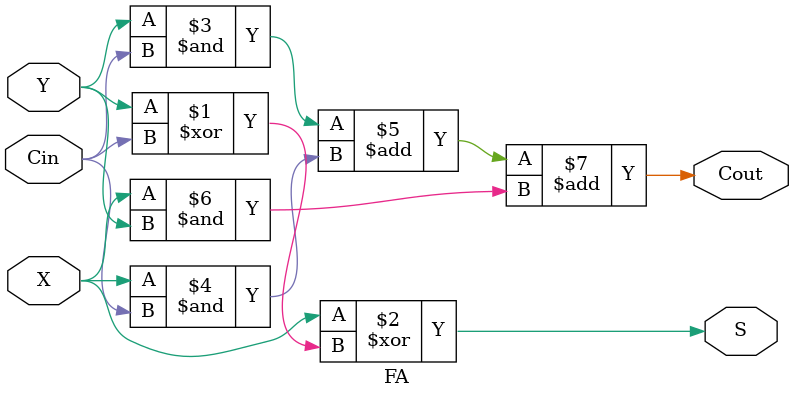
<source format=v>
module FA (Cin,X,Y,S,Cout);
input Cin,X,Y;
output Cout,S;
assign S=(X^(Y^Cin));
assign Cout=(Y&Cin)+(X&Cin)+(X&Y);
endmodule

</source>
